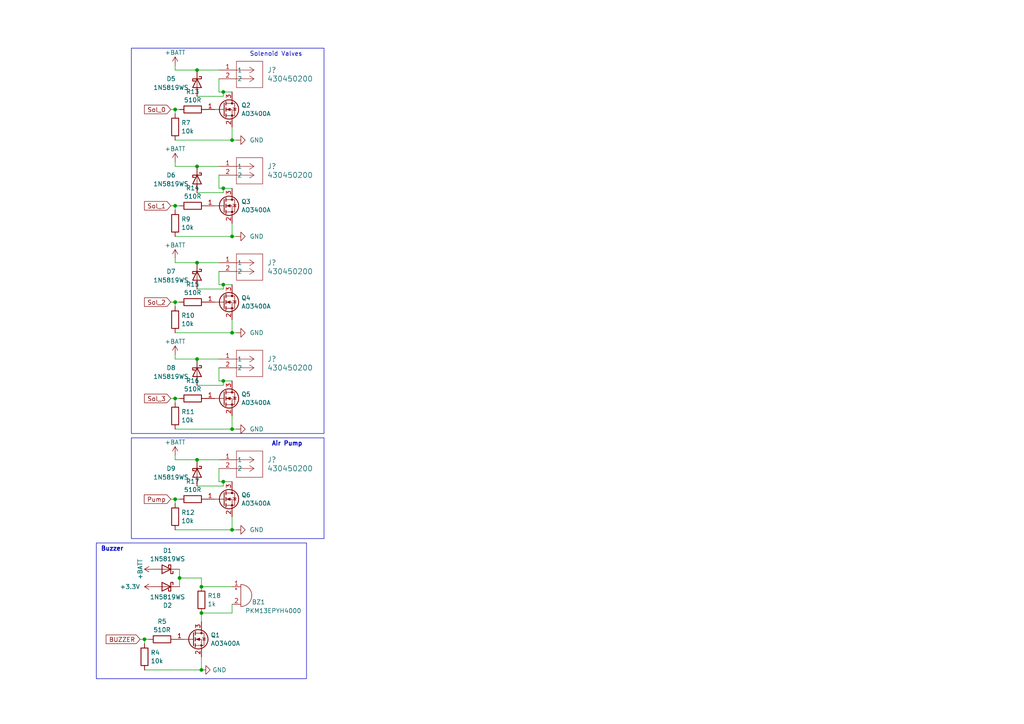
<source format=kicad_sch>
(kicad_sch (version 20230121) (generator eeschema)
  (paper "A4")
  (lib_symbols
    (symbol "CONN 0430450200:430450200" (pin_names (offset 0.254))
      (property "Reference" "J" (at 8.89 6.35 0))
      (property "Value" "430450200" (at 0 0 0))
      (symbol "430450200_1_1"
        (polyline (pts (xy 5.08 -5.08) (xy 12.7 -5.08)) (stroke (width 0.127)))
        (polyline (pts (xy 5.08 2.54) (xy 5.08 -5.08)) (stroke (width 0.127)))
        (polyline (pts (xy 10.16 -2.54) (xy 5.08 -2.54)) (stroke (width 0.127)))
        (polyline (pts (xy 10.16 -2.54) (xy 8.89 -3.3867)) (stroke (width 0.127)))
        (polyline (pts (xy 10.16 -2.54) (xy 8.89 -1.6933)) (stroke (width 0.127)))
        (polyline (pts (xy 10.16 0) (xy 5.08 0)) (stroke (width 0.127)))
        (polyline (pts (xy 10.16 0) (xy 8.89 -0.8467)) (stroke (width 0.127)))
        (polyline (pts (xy 10.16 0) (xy 8.89 0.8467)) (stroke (width 0.127)))
        (polyline (pts (xy 12.7 -5.08) (xy 12.7 2.54)) (stroke (width 0.127)))
        (polyline (pts (xy 12.7 2.54) (xy 5.08 2.54)) (stroke (width 0.127)))
        (pin unspecified line (at 0 0 0) (length 5.08) (name "1") (number "1"))
        (pin unspecified line (at 0 -2.54 0) (length 5.08) (name "2") (number "2"))
      )
      (symbol "430450200_1_2"
        (polyline (pts (xy 5.08 -5.08) (xy 12.7 -5.08)) (stroke (width 0.127)))
        (polyline (pts (xy 5.08 2.54) (xy 5.08 -5.08)) (stroke (width 0.127)))
        (polyline (pts (xy 7.62 -2.54) (xy 5.08 -2.54)) (stroke (width 0.127)))
        (polyline (pts (xy 7.62 -2.54) (xy 8.89 -3.3867)) (stroke (width 0.127)))
        (polyline (pts (xy 7.62 -2.54) (xy 8.89 -1.6933)) (stroke (width 0.127)))
        (polyline (pts (xy 7.62 0) (xy 5.08 0)) (stroke (width 0.127)))
        (polyline (pts (xy 7.62 0) (xy 8.89 -0.8467)) (stroke (width 0.127)))
        (polyline (pts (xy 7.62 0) (xy 8.89 0.8467)) (stroke (width 0.127)))
        (polyline (pts (xy 12.7 -5.08) (xy 12.7 2.54)) (stroke (width 0.127)))
        (polyline (pts (xy 12.7 2.54) (xy 5.08 2.54)) (stroke (width 0.127)))
        (pin unspecified line (at 0 0 0) (length 5.08) (name "1") (number "1"))
        (pin unspecified line (at 0 -2.54 0) (length 5.08) (name "2") (number "2"))
      )
    )
    (symbol "Device:Buzzer" (pin_names (offset 0.0254) hide)
      (property "Reference" "BZ" (at 3.81 1.27 0))
      (property "Value" "Buzzer" (at 3.81 -1.27 0))
      (symbol "Buzzer_0_1"
        (arc (start 0 -3.175) (mid 3.1612 0) (end 0 3.175))
        (polyline (pts (xy -1.651 1.905) (xy -1.143 1.905)))
        (polyline (pts (xy -1.397 2.159) (xy -1.397 1.651)))
        (polyline (pts (xy 0 3.175) (xy 0 -3.175)))
      )
      (symbol "Buzzer_1_1"
        (pin passive line (at -2.54 2.54 0) (length 2.54) (name "-") (number "1"))
        (pin passive line (at -2.54 -2.54 0) (length 2.54) (name "+") (number "2"))
      )
    )
    (symbol "Device:R" (pin_numbers hide) (pin_names (offset 0))
      (property "Reference" "R" (at 2.032 0 90))
      (property "Value" "R" (at 0 0 90))
      (symbol "R_0_1"
        (rectangle (start -1.016 -2.54) (end 1.016 2.54) (stroke (width 0.254)))
      )
      (symbol "R_1_1"
        (pin passive line (at 0 3.81 270) (length 1.27) (name "~") (number "1"))
        (pin passive line (at 0 -3.81 90) (length 1.27) (name "~") (number "2"))
      )
    )
    (symbol "Diode:1N5819WS" (pin_numbers hide) (pin_names (offset 1.016) hide)
      (property "Reference" "D" (at 0 2.54 0))
      (property "Value" "1N5819WS" (at 0 -2.54 0))
      (symbol "1N5819WS_0_1"
        (polyline (pts (xy 1.27 0) (xy -1.27 0)))
        (polyline (pts (xy 1.27 1.27) (xy 1.27 -1.27) (xy -1.27 0) (xy 1.27 1.27)) (stroke (width 0.254)))
        (polyline (pts (xy -1.905 0.635) (xy -1.905 1.27) (xy -1.27 1.27) (xy -1.27 -1.27) (xy -0.635 -1.27) (xy -0.635 -0.635)) (stroke (width 0.254)))
      )
      (symbol "1N5819WS_1_1"
        (pin passive line (at -3.81 0 0) (length 2.54) (name "K") (number "1"))
        (pin passive line (at 3.81 0 180) (length 2.54) (name "A") (number "2"))
      )
    )
    (symbol "Transistor_FET:AO3400A" (pin_names hide)
      (property "Reference" "Q" (at 5.08 1.905 0))
      (property "Value" "AO3400A" (at 5.08 0 0))
      (symbol "AO3400A_0_1"
        (polyline (pts (xy 0.254 0) (xy -2.54 0)))
        (polyline (pts (xy 0.254 1.905) (xy 0.254 -1.905)) (stroke (width 0.254)))
        (polyline (pts (xy 0.762 -1.27) (xy 0.762 -2.286)) (stroke (width 0.254)))
        (polyline (pts (xy 0.762 0.508) (xy 0.762 -0.508)) (stroke (width 0.254)))
        (polyline (pts (xy 0.762 2.286) (xy 0.762 1.27)) (stroke (width 0.254)))
        (polyline (pts (xy 2.54 2.54) (xy 2.54 1.778)))
        (polyline (pts (xy 2.54 -2.54) (xy 2.54 0) (xy 0.762 0)))
        (polyline (pts (xy 0.762 -1.778) (xy 3.302 -1.778) (xy 3.302 1.778) (xy 0.762 1.778)))
        (polyline (pts (xy 1.016 0) (xy 2.032 0.381) (xy 2.032 -0.381) (xy 1.016 0)) (fill (type outline)))
        (polyline (pts (xy 2.794 0.508) (xy 2.921 0.381) (xy 3.683 0.381) (xy 3.81 0.254)))
        (polyline (pts (xy 3.302 0.381) (xy 2.921 -0.254) (xy 3.683 -0.254) (xy 3.302 0.381)))
        (circle (center 1.651 0) (radius 2.794) (stroke (width 0.254)))
        (circle (center 2.54 -1.778) (radius 0.254) (fill (type outline)))
        (circle (center 2.54 1.778) (radius 0.254) (fill (type outline)))
      )
      (symbol "AO3400A_1_1"
        (pin input line (at -5.08 0 0) (length 2.54) (name "G") (number "1"))
        (pin passive line (at 2.54 -5.08 90) (length 2.54) (name "S") (number "2"))
        (pin passive line (at 2.54 5.08 270) (length 2.54) (name "D") (number "3"))
      )
    )
    (symbol "power:+3.3V" (power) (pin_names (offset 0))
      (property "Value" "+3.3V" (at 0 3.556 0))
      (symbol "+3.3V_0_1"
        (polyline (pts (xy -0.762 1.27) (xy 0 2.54)))
        (polyline (pts (xy 0 0) (xy 0 2.54)))
        (polyline (pts (xy 0 2.54) (xy 0.762 1.27)))
      )
      (symbol "+3.3V_1_1"
        (pin power_in line (at 0 0 90) (length 0) hide (name "+3.3V") (number "1"))
      )
    )
    (symbol "power:+BATT" (power) (pin_names (offset 0))
      (property "Value" "+BATT" (at 0 3.556 0))
      (symbol "+BATT_0_1"
        (polyline (pts (xy -0.762 1.27) (xy 0 2.54)))
        (polyline (pts (xy 0 0) (xy 0 2.54)))
        (polyline (pts (xy 0 2.54) (xy 0.762 1.27)))
      )
      (symbol "+BATT_1_1"
        (pin power_in line (at 0 0 90) (length 0) hide (name "+BATT") (number "1"))
      )
    )
    (symbol "power:GND" (power) (pin_names (offset 0))
      (property "Value" "GND" (at 0 -3.81 0))
      (symbol "GND_0_1"
        (polyline (pts (xy 0 0) (xy 0 -1.27) (xy 1.27 -1.27) (xy 0 -2.54) (xy -1.27 -1.27) (xy 0 -1.27)))
      )
      (symbol "GND_1_1"
        (pin power_in line (at 0 0 270) (length 0) hide (name "GND") (number "1"))
      )
    )
  )
  (junction (at 50.8 144.78))
  (junction (at 57.15 104.14))
  (junction (at 50.8 31.75))
  (junction (at 64.77 139.7))
  (junction (at 67.31 96.52))
  (junction (at 58.42 177.8))
  (junction (at 58.42 170.18))
  (junction (at 57.15 133.35))
  (junction (at 67.31 124.46))
  (junction (at 57.15 48.26))
  (junction (at 52.07 167.64))
  (junction (at 58.42 194.31))
  (junction (at 57.15 76.2))
  (junction (at 50.8 115.57))
  (junction (at 50.8 87.63))
  (junction (at 64.77 26.67))
  (junction (at 57.15 20.32))
  (junction (at 67.31 153.67))
  (junction (at 50.8 59.69))
  (junction (at 64.77 110.49))
  (junction (at 41.91 185.42))
  (junction (at 67.31 40.64))
  (junction (at 64.77 54.61))
  (junction (at 64.77 82.55))
  (junction (at 67.31 68.58))
  (wire (pts (xy 67.31 177.8) (xy 67.31 175.26)))
  (wire (pts (xy 50.8 133.35) (xy 57.15 133.35)))
  (wire (pts (xy 58.42 167.64) (xy 58.42 170.18)))
  (wire (pts (xy 50.8 19.05) (xy 50.8 20.32)))
  (wire (pts (xy 41.91 185.42) (xy 41.91 186.69)))
  (wire (pts (xy 67.31 64.77) (xy 67.31 68.58)))
  (wire (pts (xy 40.64 185.42) (xy 41.91 185.42)))
  (wire (pts (xy 64.77 26.67) (xy 67.31 26.67)))
  (wire (pts (xy 49.53 87.63) (xy 50.8 87.63)))
  (wire (pts (xy 50.8 48.26) (xy 57.15 48.26)))
  (wire (pts (xy 50.8 31.75) (xy 52.07 31.75)))
  (wire (pts (xy 63.5 106.68) (xy 63.5 110.49)))
  (wire (pts (xy 64.77 54.61) (xy 67.31 54.61)))
  (wire (pts (xy 58.42 190.5) (xy 58.42 194.31)))
  (wire (pts (xy 49.53 115.57) (xy 50.8 115.57)))
  (wire (pts (xy 50.8 87.63) (xy 50.8 88.9)))
  (wire (pts (xy 58.42 177.8) (xy 67.31 177.8)))
  (wire (pts (xy 57.15 83.82) (xy 64.77 83.82)))
  (wire (pts (xy 50.8 40.64) (xy 67.31 40.64)))
  (wire (pts (xy 64.77 55.88) (xy 64.77 54.61)))
  (wire (pts (xy 49.53 144.78) (xy 50.8 144.78)))
  (wire (pts (xy 50.8 20.32) (xy 57.15 20.32)))
  (wire (pts (xy 50.8 46.99) (xy 50.8 48.26)))
  (wire (pts (xy 57.15 55.88) (xy 64.77 55.88)))
  (wire (pts (xy 64.77 110.49) (xy 67.31 110.49)))
  (wire (pts (xy 50.8 68.58) (xy 67.31 68.58)))
  (wire (pts (xy 57.15 104.14) (xy 63.5 104.14)))
  (wire (pts (xy 50.8 59.69) (xy 52.07 59.69)))
  (wire (pts (xy 67.31 120.65) (xy 67.31 124.46)))
  (wire (pts (xy 64.77 83.82) (xy 64.77 82.55)))
  (wire (pts (xy 67.31 36.83) (xy 67.31 40.64)))
  (wire (pts (xy 50.8 102.87) (xy 50.8 104.14)))
  (wire (pts (xy 41.91 194.31) (xy 58.42 194.31)))
  (wire (pts (xy 57.15 48.26) (xy 63.5 48.26)))
  (wire (pts (xy 64.77 140.97) (xy 64.77 139.7)))
  (wire (pts (xy 57.15 27.94) (xy 64.77 27.94)))
  (wire (pts (xy 64.77 111.76) (xy 64.77 110.49)))
  (wire (pts (xy 63.5 135.89) (xy 63.5 139.7)))
  (wire (pts (xy 50.8 115.57) (xy 52.07 115.57)))
  (wire (pts (xy 52.07 165.1) (xy 52.07 167.64)))
  (wire (pts (xy 57.15 20.32) (xy 63.5 20.32)))
  (wire (pts (xy 50.8 96.52) (xy 67.31 96.52)))
  (wire (pts (xy 50.8 153.67) (xy 67.31 153.67)))
  (wire (pts (xy 63.5 54.61) (xy 64.77 54.61)))
  (wire (pts (xy 63.5 26.67) (xy 64.77 26.67)))
  (wire (pts (xy 67.31 92.71) (xy 67.31 96.52)))
  (wire (pts (xy 50.8 31.75) (xy 50.8 33.02)))
  (wire (pts (xy 64.77 27.94) (xy 64.77 26.67)))
  (wire (pts (xy 49.53 59.69) (xy 50.8 59.69)))
  (wire (pts (xy 50.8 132.08) (xy 50.8 133.35)))
  (wire (pts (xy 57.15 140.97) (xy 64.77 140.97)))
  (wire (pts (xy 41.91 185.42) (xy 43.18 185.42)))
  (wire (pts (xy 50.8 104.14) (xy 57.15 104.14)))
  (wire (pts (xy 57.15 133.35) (xy 63.5 133.35)))
  (wire (pts (xy 57.15 111.76) (xy 64.77 111.76)))
  (wire (pts (xy 50.8 87.63) (xy 52.07 87.63)))
  (wire (pts (xy 67.31 96.52) (xy 68.58 96.52)))
  (wire (pts (xy 50.8 74.93) (xy 50.8 76.2)))
  (wire (pts (xy 64.77 139.7) (xy 67.31 139.7)))
  (wire (pts (xy 67.31 68.58) (xy 68.58 68.58)))
  (wire (pts (xy 50.8 124.46) (xy 67.31 124.46)))
  (wire (pts (xy 63.5 110.49) (xy 64.77 110.49)))
  (wire (pts (xy 67.31 124.46) (xy 68.58 124.46)))
  (wire (pts (xy 63.5 22.86) (xy 63.5 26.67)))
  (wire (pts (xy 63.5 82.55) (xy 64.77 82.55)))
  (wire (pts (xy 67.31 153.67) (xy 68.58 153.67)))
  (wire (pts (xy 63.5 50.8) (xy 63.5 54.61)))
  (wire (pts (xy 50.8 59.69) (xy 50.8 60.96)))
  (wire (pts (xy 58.42 177.8) (xy 58.42 180.34)))
  (wire (pts (xy 57.15 76.2) (xy 63.5 76.2)))
  (wire (pts (xy 64.77 82.55) (xy 67.31 82.55)))
  (wire (pts (xy 50.8 144.78) (xy 52.07 144.78)))
  (wire (pts (xy 58.42 170.18) (xy 67.31 170.18)))
  (wire (pts (xy 67.31 40.64) (xy 68.58 40.64)))
  (wire (pts (xy 63.5 78.74) (xy 63.5 82.55)))
  (wire (pts (xy 50.8 115.57) (xy 50.8 116.84)))
  (wire (pts (xy 52.07 167.64) (xy 52.07 170.18)))
  (wire (pts (xy 49.53 31.75) (xy 50.8 31.75)))
  (wire (pts (xy 67.31 149.86) (xy 67.31 153.67)))
  (wire (pts (xy 50.8 144.78) (xy 50.8 146.05)))
  (wire (pts (xy 52.07 167.64) (xy 58.42 167.64)))
  (wire (pts (xy 63.5 139.7) (xy 64.77 139.7)))
  (wire (pts (xy 50.8 76.2) (xy 57.15 76.2)))
  (rectangle (start 27.94 157.48) (end 88.9 196.85))
  (rectangle (start 38.1 127) (end 93.98 156.21))
  (rectangle (start 38.1 13.97) (end 93.98 125.73))
  (text "Air Pump" (at 78.74 129.54 0) (effects (font (size 1.27 1.27) (thickness 0.254) bold) (justify left bottom)))
  (text "Solenoid Valves\n" (at 72.39 16.51 0) (effects (font (size 1.27 1.27)) (justify left bottom)))
  (text "Buzzer" (at 29.21 160.02 0) (effects (font (size 1.27 1.27) bold) (justify left bottom)))
  (global_label "Sol_2" (shape input) (at 49.53 87.63 180) (property "Intersheetrefs" "${INTERSHEET_REFS}" (effects hide)))
  (global_label "Sol_1" (shape input) (at 49.53 59.69 180) (property "Intersheetrefs" "${INTERSHEET_REFS}" (effects hide)))
  (global_label "BUZZER" (shape input) (at 40.64 185.42 180) (property "Intersheetrefs" "${INTERSHEET_REFS}" (effects hide)))
  (global_label "Sol_0" (shape input) (at 49.53 31.75 180) (property "Intersheetrefs" "${INTERSHEET_REFS}" (effects hide)))
  (global_label "Sol_3" (shape input) (at 49.53 115.57 180) (property "Intersheetrefs" "${INTERSHEET_REFS}" (effects hide)))
  (global_label "Pump" (shape input) (at 49.53 144.78 180) (property "Intersheetrefs" "${INTERSHEET_REFS}" (effects hide)))
  (symbol (lib_id "power:+BATT") (at 50.8 132.08 0) (unit 1)
    (property "Reference" "#PWR035" (effects hide))
    (property "Value" "+BATT" (at 50.8 128.27 0))
  )
  (symbol (lib_id "Device:R") (at 55.88 144.78 270) (unit 1)
    (property "Reference" "R17" (at 55.88 139.6197 90))
    (property "Value" "510R" (at 55.88 142.0439 90))
    (property "Footprint" "Resistor_SMD:R_0603_1608Metric" (effects hide))
    (property "LCSC" "C23193" (effects hide))
  )
  (symbol (lib_id "CONN 0430450200:430450200") (at 63.5 20.32 0) (unit 1)
    (property "Reference" "J?" (at 77.47 20.32 0) (effects (font (size 1.524 1.524)) (justify left)))
    (property "Value" "430450200" (at 77.47 22.86 0) (effects (font (size 1.524 1.524)) (justify left)))
    (property "Footprint" "CONN 0430450200:CON_430450200_MOL" (effects hide))
    (property "Datasheet" "430450200" (effects hide))
  )
  (symbol (lib_id "Transistor_FET:AO3400A") (at 64.77 87.63 0) (unit 1)
    (property "Reference" "Q4" (at 69.977 86.4179 0) (effects (justify left)))
    (property "Value" "AO3400A" (at 69.977 88.8421 0) (effects (justify left)))
    (property "Footprint" "Package_TO_SOT_SMD:SOT-23" (effects hide))
    (property "Datasheet" "http://www.aosmd.com/pdfs/datasheet/AO3400A.pdf" (effects hide))
    (property "LCSC" "C20917" (effects hide))
  )
  (symbol (lib_id "Device:R") (at 46.99 185.42 270) (unit 1)
    (property "Reference" "R5" (at 46.99 180.2597 90))
    (property "Value" "510R" (at 46.99 182.6839 90))
    (property "Footprint" "Resistor_SMD:R_0603_1608Metric" (effects hide))
    (property "LCSC" "C23193" (effects hide))
  )
  (symbol (lib_id "CONN 0430450200:430450200") (at 63.5 104.14 0) (unit 1)
    (property "Reference" "J?" (at 77.47 104.14 0) (effects (font (size 1.524 1.524)) (justify left)))
    (property "Value" "430450200" (at 77.47 106.68 0) (effects (font (size 1.524 1.524)) (justify left)))
    (property "Footprint" "CONN 0430450200:CON_430450200_MOL" (effects hide))
    (property "Datasheet" "430450200" (effects hide))
  )
  (symbol (lib_id "Diode:1N5819WS") (at 48.26 165.1 180) (unit 1)
    (property "Reference" "D1" (at 48.5775 159.6857 0))
    (property "Value" "1N5819WS" (at 48.5775 162.1099 0))
    (property "Footprint" "Diode_SMD:D_SOD-323" (effects hide))
    (property "Datasheet" "https://datasheet.lcsc.com/lcsc/2204281430_Guangdong-Hottech-1N5819WS_C191023.pdf" (effects hide))
    (property "LCSC" "C191023" (effects hide))
  )
  (symbol (lib_id "Diode:1N5819WS") (at 57.15 137.16 270) (unit 1)
    (property "Reference" "D9" (at 48.26 135.89 90) (effects (justify left)))
    (property "Value" "1N5819WS" (at 44.45 138.43 90) (effects (justify left)))
    (property "Footprint" "Diode_SMD:D_SOD-323" (effects hide))
    (property "Datasheet" "https://datasheet.lcsc.com/lcsc/2204281430_Guangdong-Hottech-1N5819WS_C191023.pdf" (effects hide))
    (property "LCSC" "C191023" (effects hide))
  )
  (symbol (lib_id "power:+BATT") (at 50.8 19.05 0) (unit 1)
    (property "Reference" "#PWR013" (effects hide))
    (property "Value" "+BATT" (at 50.8 15.24 0))
  )
  (symbol (lib_id "power:GND") (at 58.42 194.31 90) (unit 1)
    (property "Reference" "#PWR036" (effects hide))
    (property "Value" "GND" (at 61.595 194.31 90) (effects (justify right)))
  )
  (symbol (lib_id "Diode:1N5819WS") (at 57.15 52.07 270) (unit 1)
    (property "Reference" "D6" (at 48.26 50.8 90) (effects (justify left)))
    (property "Value" "1N5819WS" (at 44.45 53.34 90) (effects (justify left)))
    (property "Footprint" "Diode_SMD:D_SOD-323" (effects hide))
    (property "Datasheet" "https://datasheet.lcsc.com/lcsc/2204281430_Guangdong-Hottech-1N5819WS_C191023.pdf" (effects hide))
    (property "LCSC" "C191023" (effects hide))
  )
  (symbol (lib_id "Diode:1N5819WS") (at 57.15 80.01 270) (unit 1)
    (property "Reference" "D7" (at 48.26 78.74 90) (effects (justify left)))
    (property "Value" "1N5819WS" (at 44.45 81.28 90) (effects (justify left)))
    (property "Footprint" "Diode_SMD:D_SOD-323" (effects hide))
    (property "Datasheet" "https://datasheet.lcsc.com/lcsc/2204281430_Guangdong-Hottech-1N5819WS_C191023.pdf" (effects hide))
    (property "LCSC" "C191023" (effects hide))
  )
  (symbol (lib_id "power:+BATT") (at 50.8 46.99 0) (unit 1)
    (property "Reference" "#PWR015" (effects hide))
    (property "Value" "+BATT" (at 50.8 43.18 0))
  )
  (symbol (lib_id "Transistor_FET:AO3400A") (at 64.77 59.69 0) (unit 1)
    (property "Reference" "Q3" (at 69.977 58.4779 0) (effects (justify left)))
    (property "Value" "AO3400A" (at 69.977 60.9021 0) (effects (justify left)))
    (property "Footprint" "Package_TO_SOT_SMD:SOT-23" (effects hide))
    (property "Datasheet" "http://www.aosmd.com/pdfs/datasheet/AO3400A.pdf" (effects hide))
    (property "LCSC" "C20917" (effects hide))
  )
  (symbol (lib_id "power:GND") (at 68.58 153.67 90) (unit 1)
    (property "Reference" "#PWR041" (effects hide))
    (property "Value" "GND" (at 72.39 153.67 90) (effects (justify right)))
  )
  (symbol (lib_id "CONN 0430450200:430450200") (at 63.5 76.2 0) (unit 1)
    (property "Reference" "J?" (at 77.47 76.2 0) (effects (font (size 1.524 1.524)) (justify left)))
    (property "Value" "430450200" (at 77.47 78.74 0) (effects (font (size 1.524 1.524)) (justify left)))
    (property "Footprint" "CONN 0430450200:CON_430450200_MOL" (effects hide))
    (property "Datasheet" "430450200" (effects hide))
  )
  (symbol (lib_id "Diode:1N5819WS") (at 48.26 170.18 0) (mirror y) (unit 1)
    (property "Reference" "D2" (at 48.5775 175.5943 0))
    (property "Value" "1N5819WS" (at 48.5775 173.1701 0))
    (property "Footprint" "Diode_SMD:D_SOD-323" (effects hide))
    (property "Datasheet" "https://datasheet.lcsc.com/lcsc/2204281430_Guangdong-Hottech-1N5819WS_C191023.pdf" (effects hide))
    (property "LCSC" "C191023" (effects hide))
  )
  (symbol (lib_id "Device:R") (at 50.8 149.86 180) (unit 1)
    (property "Reference" "R12" (at 52.578 148.6479 0) (effects (justify right)))
    (property "Value" "10k" (at 52.578 151.0721 0) (effects (justify right)))
    (property "Footprint" "Resistor_SMD:R_0603_1608Metric" (effects hide))
    (property "LCSC" "C25804" (effects hide))
  )
  (symbol (lib_id "power:GND") (at 68.58 96.52 90) (unit 1)
    (property "Reference" "#PWR039" (effects hide))
    (property "Value" "GND" (at 72.39 96.52 90) (effects (justify right)))
  )
  (symbol (lib_id "power:GND") (at 68.58 40.64 90) (unit 1)
    (property "Reference" "#PWR037" (effects hide))
    (property "Value" "GND" (at 72.39 40.64 90) (effects (justify right)))
  )
  (symbol (lib_id "Transistor_FET:AO3400A") (at 55.88 185.42 0) (unit 1)
    (property "Reference" "Q1" (at 61.087 184.2079 0) (effects (justify left)))
    (property "Value" "AO3400A" (at 61.087 186.6321 0) (effects (justify left)))
    (property "Footprint" "Package_TO_SOT_SMD:SOT-23" (effects hide))
    (property "Datasheet" "http://www.aosmd.com/pdfs/datasheet/AO3400A.pdf" (effects hide))
    (property "LCSC" "C20917" (effects hide))
  )
  (symbol (lib_id "Transistor_FET:AO3400A") (at 64.77 115.57 0) (unit 1)
    (property "Reference" "Q5" (at 69.977 114.3579 0) (effects (justify left)))
    (property "Value" "AO3400A" (at 69.977 116.7821 0) (effects (justify left)))
    (property "Footprint" "Package_TO_SOT_SMD:SOT-23" (effects hide))
    (property "Datasheet" "http://www.aosmd.com/pdfs/datasheet/AO3400A.pdf" (effects hide))
    (property "LCSC" "C20917" (effects hide))
  )
  (symbol (lib_id "Diode:1N5819WS") (at 57.15 24.13 270) (unit 1)
    (property "Reference" "D5" (at 48.26 22.86 90) (effects (justify left)))
    (property "Value" "1N5819WS" (at 44.45 25.4 90) (effects (justify left)))
    (property "Footprint" "Diode_SMD:D_SOD-323" (effects hide))
    (property "Datasheet" "https://datasheet.lcsc.com/lcsc/2204281430_Guangdong-Hottech-1N5819WS_C191023.pdf" (effects hide))
    (property "LCSC" "C191023" (effects hide))
  )
  (symbol (lib_id "Device:Buzzer") (at 69.85 172.72 0) (unit 1)
    (property "Reference" "BZ1" (at 73.025 174.625 0) (effects (justify left)))
    (property "Value" "PKM13EPYH4000" (at 71.12 177.165 0) (effects (justify left)))
    (property "Footprint" "footprints:Buzzer_12.6x9.5RM5.0" (effects hide))
    (property "Digikey" "490-4698-1-ND" (effects hide))
  )
  (symbol (lib_id "CONN 0430450200:430450200") (at 63.5 48.26 0) (unit 1)
    (property "Reference" "J?" (at 77.47 48.26 0) (effects (font (size 1.524 1.524)) (justify left)))
    (property "Value" "430450200" (at 77.47 50.8 0) (effects (font (size 1.524 1.524)) (justify left)))
    (property "Footprint" "CONN 0430450200:CON_430450200_MOL" (effects hide))
    (property "Datasheet" "430450200" (effects hide))
  )
  (symbol (lib_id "power:+3.3V") (at 44.45 170.18 90) (unit 1)
    (property "Reference" "#PWR042" (effects hide))
    (property "Value" "+3.3V" (at 40.64 170.18 90) (effects (justify left)))
  )
  (symbol (lib_id "Device:R") (at 55.88 87.63 270) (unit 1)
    (property "Reference" "R15" (at 55.88 82.4697 90))
    (property "Value" "510R" (at 55.88 84.8939 90))
    (property "Footprint" "Resistor_SMD:R_0603_1608Metric" (effects hide))
    (property "LCSC" "C23193" (effects hide))
  )
  (symbol (lib_id "Device:R") (at 50.8 120.65 180) (unit 1)
    (property "Reference" "R11" (at 52.578 119.4379 0) (effects (justify right)))
    (property "Value" "10k" (at 52.578 121.8621 0) (effects (justify right)))
    (property "Footprint" "Resistor_SMD:R_0603_1608Metric" (effects hide))
    (property "LCSC" "C25804" (effects hide))
  )
  (symbol (lib_id "power:GND") (at 68.58 68.58 90) (unit 1)
    (property "Reference" "#PWR038" (effects hide))
    (property "Value" "GND" (at 72.39 68.58 90) (effects (justify right)))
  )
  (symbol (lib_id "Device:R") (at 55.88 31.75 270) (unit 1)
    (property "Reference" "R13" (at 55.88 26.5897 90))
    (property "Value" "510R" (at 55.88 29.0139 90))
    (property "Footprint" "Resistor_SMD:R_0603_1608Metric" (effects hide))
    (property "LCSC" "C23193" (effects hide))
  )
  (symbol (lib_id "Transistor_FET:AO3400A") (at 64.77 31.75 0) (unit 1)
    (property "Reference" "Q2" (at 69.977 30.5379 0) (effects (justify left)))
    (property "Value" "AO3400A" (at 69.977 32.9621 0) (effects (justify left)))
    (property "Footprint" "Package_TO_SOT_SMD:SOT-23" (effects hide))
    (property "Datasheet" "http://www.aosmd.com/pdfs/datasheet/AO3400A.pdf" (effects hide))
    (property "LCSC" "C20917" (effects hide))
  )
  (symbol (lib_id "Device:R") (at 50.8 64.77 180) (unit 1)
    (property "Reference" "R9" (at 52.578 63.5579 0) (effects (justify right)))
    (property "Value" "10k" (at 52.578 65.9821 0) (effects (justify right)))
    (property "Footprint" "Resistor_SMD:R_0603_1608Metric" (effects hide))
    (property "LCSC" "C25804" (effects hide))
  )
  (symbol (lib_id "power:+BATT") (at 50.8 102.87 0) (unit 1)
    (property "Reference" "#PWR034" (effects hide))
    (property "Value" "+BATT" (at 50.8 99.06 0))
  )
  (symbol (lib_id "Device:R") (at 55.88 115.57 270) (unit 1)
    (property "Reference" "R16" (at 55.88 110.4097 90))
    (property "Value" "510R" (at 55.88 112.8339 90))
    (property "Footprint" "Resistor_SMD:R_0603_1608Metric" (effects hide))
    (property "LCSC" "C23193" (effects hide))
  )
  (symbol (lib_id "Device:R") (at 50.8 36.83 180) (unit 1)
    (property "Reference" "R7" (at 52.578 35.6179 0) (effects (justify right)))
    (property "Value" "10k" (at 52.578 38.0421 0) (effects (justify right)))
    (property "Footprint" "Resistor_SMD:R_0603_1608Metric" (effects hide))
    (property "LCSC" "C25804" (effects hide))
  )
  (symbol (lib_id "Device:R") (at 58.42 173.99 180) (unit 1)
    (property "Reference" "R18" (at 60.198 172.7779 0) (effects (justify right)))
    (property "Value" "1k" (at 60.198 175.2021 0) (effects (justify right)))
    (property "Footprint" "Resistor_SMD:R_0603_1608Metric" (effects hide))
    (property "LCSC" "C21190" (effects hide))
  )
  (symbol (lib_id "Transistor_FET:AO3400A") (at 64.77 144.78 0) (unit 1)
    (property "Reference" "Q6" (at 69.977 143.5679 0) (effects (justify left)))
    (property "Value" "AO3400A" (at 69.977 145.9921 0) (effects (justify left)))
    (property "Footprint" "Package_TO_SOT_SMD:SOT-23" (effects hide))
    (property "Datasheet" "http://www.aosmd.com/pdfs/datasheet/AO3400A.pdf" (effects hide))
    (property "LCSC" "C20917" (effects hide))
  )
  (symbol (lib_id "Diode:1N5819WS") (at 57.15 107.95 270) (unit 1)
    (property "Reference" "D8" (at 48.26 106.68 90) (effects (justify left)))
    (property "Value" "1N5819WS" (at 44.45 109.22 90) (effects (justify left)))
    (property "Footprint" "Diode_SMD:D_SOD-323" (effects hide))
    (property "Datasheet" "https://datasheet.lcsc.com/lcsc/2204281430_Guangdong-Hottech-1N5819WS_C191023.pdf" (effects hide))
    (property "LCSC" "C191023" (effects hide))
  )
  (symbol (lib_id "power:+BATT") (at 44.45 165.1 90) (unit 1)
    (property "Reference" "#PWR012" (effects hide))
    (property "Value" "+BATT" (at 40.64 165.1 0))
  )
  (symbol (lib_id "power:GND") (at 68.58 124.46 90) (unit 1)
    (property "Reference" "#PWR040" (effects hide))
    (property "Value" "GND" (at 72.39 124.46 90) (effects (justify right)))
  )
  (symbol (lib_id "Device:R") (at 55.88 59.69 270) (unit 1)
    (property "Reference" "R14" (at 55.88 54.5297 90))
    (property "Value" "510R" (at 55.88 56.9539 90))
    (property "Footprint" "Resistor_SMD:R_0603_1608Metric" (effects hide))
    (property "LCSC" "C23193" (effects hide))
  )
  (symbol (lib_id "power:+BATT") (at 50.8 74.93 0) (unit 1)
    (property "Reference" "#PWR033" (effects hide))
    (property "Value" "+BATT" (at 50.8 71.12 0))
  )
  (symbol (lib_id "Device:R") (at 50.8 92.71 180) (unit 1)
    (property "Reference" "R10" (at 52.578 91.4979 0) (effects (justify right)))
    (property "Value" "10k" (at 52.578 93.9221 0) (effects (justify right)))
    (property "Footprint" "Resistor_SMD:R_0603_1608Metric" (effects hide))
    (property "LCSC" "C25804" (effects hide))
  )
  (symbol (lib_id "CONN 0430450200:430450200") (at 63.5 133.35 0) (unit 1)
    (property "Reference" "J?" (at 77.47 133.35 0) (effects (font (size 1.524 1.524)) (justify left)))
    (property "Value" "430450200" (at 77.47 135.89 0) (effects (font (size 1.524 1.524)) (justify left)))
    (property "Footprint" "CONN 0430450200:CON_430450200_MOL" (effects hide))
    (property "Datasheet" "430450200" (effects hide))
  )
  (symbol (lib_id "Device:R") (at 41.91 190.5 180) (unit 1)
    (property "Reference" "R4" (at 43.688 189.2879 0) (effects (justify right)))
    (property "Value" "10k" (at 43.688 191.7121 0) (effects (justify right)))
    (property "Footprint" "Resistor_SMD:R_0603_1608Metric" (effects hide))
    (property "LCSC" "C25804" (effects hide))
  )
)
</source>
